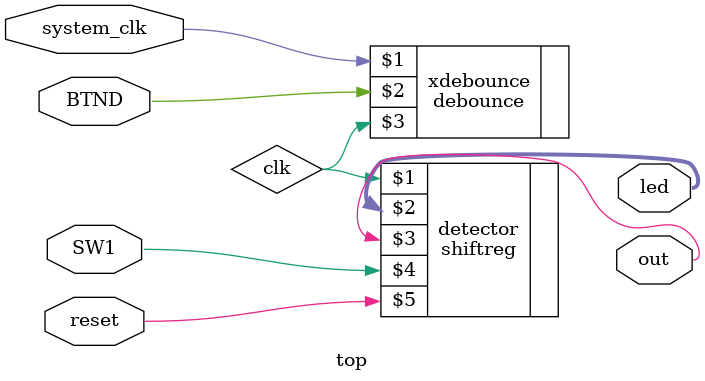
<source format=v>
module top (reset,BTND,SW1,system_clk,led,out);
input BTND,system_clk,SW1,reset;
output [5:0]led;
output out;
wire clk;
debounce xdebounce(system_clk,BTND,clk);
shiftreg detector(clk,led,out,SW1,reset);
endmodule
</source>
